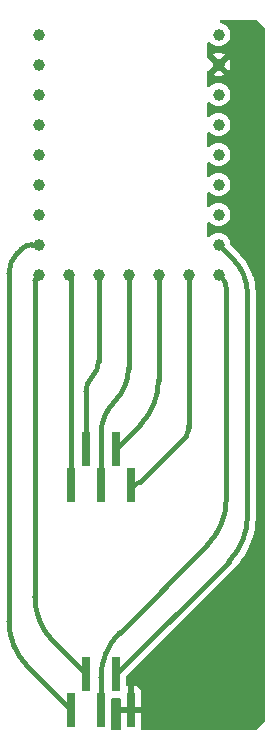
<source format=gbr>
G04 #@! TF.GenerationSoftware,KiCad,Pcbnew,8.0.6*
G04 #@! TF.CreationDate,2024-11-16T10:55:05+01:00*
G04 #@! TF.ProjectId,MCUPCB,4d435550-4342-42e6-9b69-6361645f7063,rev?*
G04 #@! TF.SameCoordinates,Original*
G04 #@! TF.FileFunction,Copper,L1,Top*
G04 #@! TF.FilePolarity,Positive*
%FSLAX46Y46*%
G04 Gerber Fmt 4.6, Leading zero omitted, Abs format (unit mm)*
G04 Created by KiCad (PCBNEW 8.0.6) date 2024-11-16 10:55:05*
%MOMM*%
%LPD*%
G01*
G04 APERTURE LIST*
G04 #@! TA.AperFunction,SMDPad,CuDef*
%ADD10R,0.650000X3.000000*%
G04 #@! TD*
G04 #@! TA.AperFunction,ComponentPad*
%ADD11C,1.000000*%
G04 #@! TD*
G04 #@! TA.AperFunction,Conductor*
%ADD12C,0.400000*%
G04 #@! TD*
G04 APERTURE END LIST*
D10*
G04 #@! TO.P,J2,1,Pin_1*
G04 #@! TO.N,/ROW1M*
X122250200Y-117750000D03*
G04 #@! TO.P,J2,2,Pin_2*
G04 #@! TO.N,/ROW2M*
X123520200Y-114750000D03*
G04 #@! TO.P,J2,3,Pin_3*
G04 #@! TO.N,/PINAM*
X124790200Y-117750000D03*
G04 #@! TO.P,J2,4,Pin_4*
G04 #@! TO.N,/PINBM*
X126060200Y-114750000D03*
G04 #@! TO.P,J2,5,Pin_5*
G04 #@! TO.N,GND*
X127330200Y-117750000D03*
G04 #@! TD*
G04 #@! TO.P,J1,1,Pin_1*
G04 #@! TO.N,/COL0M*
X122250200Y-98700000D03*
G04 #@! TO.P,J1,2,Pin_2*
G04 #@! TO.N,/COL1M*
X123520200Y-95700000D03*
G04 #@! TO.P,J1,3,Pin_3*
G04 #@! TO.N,/COL2M*
X124790200Y-98700000D03*
G04 #@! TO.P,J1,4,Pin_4*
G04 #@! TO.N,/COL3M*
X126060200Y-95700000D03*
G04 #@! TO.P,J1,5,Pin_5*
G04 #@! TO.N,/ROW0M*
X127330200Y-98700000D03*
G04 #@! TD*
D11*
G04 #@! TO.P,U1,1,5V*
G04 #@! TO.N,unconnected-(U1-5V-Pad1)*
X134750000Y-60584500D03*
G04 #@! TO.P,U1,2,GND*
G04 #@! TO.N,GND*
X134750000Y-63124500D03*
G04 #@! TO.P,U1,3,3V3*
G04 #@! TO.N,unconnected-(U1-3V3-Pad3)*
X134750000Y-65664500D03*
G04 #@! TO.P,U1,4,GP29*
G04 #@! TO.N,unconnected-(U1-GP29-Pad4)*
X134750000Y-68204500D03*
G04 #@! TO.P,U1,5,GP28*
G04 #@! TO.N,unconnected-(U1-GP28-Pad5)*
X134750000Y-70744500D03*
G04 #@! TO.P,U1,6,GP27*
G04 #@! TO.N,unconnected-(U1-GP27-Pad6)*
X134750000Y-73284500D03*
G04 #@! TO.P,U1,7,GP26*
G04 #@! TO.N,unconnected-(U1-GP26-Pad7)*
X134750000Y-75824500D03*
G04 #@! TO.P,U1,8,GP15*
G04 #@! TO.N,/PINBM*
X134750000Y-78364500D03*
G04 #@! TO.P,U1,9,GP14*
G04 #@! TO.N,/PINAM*
X134750000Y-80904500D03*
G04 #@! TO.P,U1,10,GP0*
G04 #@! TO.N,unconnected-(U1-GP0-Pad10)*
X119510000Y-60584500D03*
G04 #@! TO.P,U1,11,GP1*
G04 #@! TO.N,unconnected-(U1-GP1-Pad11)*
X119510000Y-63124500D03*
G04 #@! TO.P,U1,12,GP2*
G04 #@! TO.N,unconnected-(U1-GP2-Pad12)*
X119510000Y-65664500D03*
G04 #@! TO.P,U1,13,GP3*
G04 #@! TO.N,unconnected-(U1-GP3-Pad13)*
X119510000Y-68204500D03*
G04 #@! TO.P,U1,14,GP4*
G04 #@! TO.N,unconnected-(U1-GP4-Pad14)*
X119510000Y-70744500D03*
G04 #@! TO.P,U1,15,GP5*
G04 #@! TO.N,unconnected-(U1-GP5-Pad15)*
X119510000Y-73284500D03*
G04 #@! TO.P,U1,16,GP6*
G04 #@! TO.N,unconnected-(U1-GP6-Pad16)*
X119510000Y-75824500D03*
G04 #@! TO.P,U1,17,GP7*
G04 #@! TO.N,/ROW1M*
X119510000Y-78364500D03*
G04 #@! TO.P,U1,18,GP8*
G04 #@! TO.N,/ROW2M*
X119510000Y-80904500D03*
G04 #@! TO.P,U1,19,GP13*
G04 #@! TO.N,/ROW0M*
X132210000Y-80904500D03*
G04 #@! TO.P,U1,20,GP12*
G04 #@! TO.N,/COL3M*
X129670000Y-80904500D03*
G04 #@! TO.P,U1,21,GP11*
G04 #@! TO.N,/COL2M*
X127130000Y-80904500D03*
G04 #@! TO.P,U1,22,GP10*
G04 #@! TO.N,/COL1M*
X124590000Y-80904500D03*
G04 #@! TO.P,U1,23,GP9*
G04 #@! TO.N,/COL0M*
X122050000Y-80904500D03*
G04 #@! TD*
D12*
G04 #@! TO.N,/PINBM*
X137200000Y-101356236D02*
X137200000Y-82546911D01*
X135975000Y-79589500D02*
X134750000Y-78364500D01*
X135606207Y-105203992D02*
X126060200Y-114750000D01*
X135975000Y-79589500D02*
G75*
G02*
X137199995Y-82546911I-2957400J-2957400D01*
G01*
X137200000Y-101356236D02*
G75*
G02*
X135606200Y-105203985I-5441600J36D01*
G01*
G04 #@! TO.N,/ROW2M*
X119355000Y-81059500D02*
X119510000Y-80904500D01*
X120793792Y-112023592D02*
X123520200Y-114750000D01*
X119200000Y-81433703D02*
X119200000Y-108175836D01*
X119355000Y-81059500D02*
G75*
G03*
X119200001Y-81433703I374200J-374200D01*
G01*
X119200000Y-108175836D02*
G75*
G03*
X120793800Y-112023584I5441600J36D01*
G01*
G04 #@! TO.N,/ROW1M*
X118055606Y-78744393D02*
X117717750Y-79082250D01*
X118593792Y-114093592D02*
X122250200Y-117750000D01*
X117000000Y-110245836D02*
X117000000Y-80815051D01*
X118972750Y-78364500D02*
X119510000Y-78364500D01*
X117000000Y-110245836D02*
G75*
G03*
X118593800Y-114093584I5441600J36D01*
G01*
X118972750Y-78364500D02*
G75*
G03*
X118055589Y-78744376I-50J-1297000D01*
G01*
X117717750Y-79082250D02*
G75*
G03*
X116999951Y-80815051I1732750J-1732850D01*
G01*
G04 #@! TO.N,/PINAM*
X135400000Y-82014119D02*
X135400000Y-99946036D01*
X135075000Y-81229500D02*
X134750000Y-80904500D01*
X126383992Y-111216007D02*
X133806207Y-103793792D01*
X124790200Y-115063763D02*
X124790200Y-117750000D01*
X135075000Y-81229500D02*
G75*
G02*
X135399992Y-82014119I-784600J-784600D01*
G01*
X135400000Y-99946036D02*
G75*
G02*
X133806200Y-103793785I-5441600J36D01*
G01*
X126383992Y-111216007D02*
G75*
G03*
X124790159Y-115063763I3847708J-3847793D01*
G01*
G04 #@! TO.N,/ROW0M*
X128101454Y-98498545D02*
X131987867Y-94612132D01*
X127615100Y-98700000D02*
X127330200Y-98700000D01*
X132210000Y-93782928D02*
X132210000Y-80904500D01*
X132200000Y-93807071D02*
X132200000Y-94100000D01*
X132205000Y-93795000D02*
G75*
G03*
X132199988Y-93807071I12100J-12100D01*
G01*
X128101454Y-98498545D02*
G75*
G02*
X127615100Y-98700002I-486354J486345D01*
G01*
X132200000Y-94100000D02*
G75*
G02*
X131987875Y-94612140I-724300J0D01*
G01*
X132210000Y-93782928D02*
G75*
G02*
X132204992Y-93794992I-17100J28D01*
G01*
G04 #@! TO.N,/COL3M*
X128076207Y-93683992D02*
X126060200Y-95700000D01*
X129670000Y-89836236D02*
X129670000Y-80904500D01*
X129670000Y-89836236D02*
G75*
G02*
X128076200Y-93683985I-5441600J36D01*
G01*
G04 #@! TO.N,/COL0M*
X122250200Y-81246262D02*
X122250200Y-98700000D01*
X122150100Y-81004600D02*
X122050000Y-80904500D01*
X122150100Y-81004600D02*
G75*
G02*
X122250215Y-81246262I-241700J-241700D01*
G01*
G04 #@! TO.N,/COL2M*
X124800000Y-98683270D02*
X124800000Y-94447558D01*
X124795100Y-98695100D02*
X124790200Y-98700000D01*
X127130000Y-88822441D02*
X127130000Y-80904500D01*
X127130000Y-88822441D02*
G75*
G02*
X125964988Y-91634988I-3977600J41D01*
G01*
X124800000Y-98683270D02*
G75*
G02*
X124795109Y-98695109I-16700J-30D01*
G01*
X125965000Y-91635000D02*
G75*
G03*
X124799954Y-94447558I2812500J-2812600D01*
G01*
G04 #@! TO.N,/COL1M*
X123520200Y-90836262D02*
X123520200Y-95700000D01*
X124590000Y-88253537D02*
X124590000Y-80904500D01*
X124590000Y-88253537D02*
G75*
G02*
X124055089Y-89544889I-1826300J37D01*
G01*
X124055100Y-89544900D02*
G75*
G03*
X123520185Y-90836262I1291400J-1291400D01*
G01*
G04 #@! TD*
G04 #@! TA.AperFunction,Conductor*
G04 #@! TO.N,GND*
G36*
X138008363Y-59370185D02*
G01*
X138029005Y-59386819D01*
X138663181Y-60020995D01*
X138696666Y-60082318D01*
X138699500Y-60108676D01*
X138699500Y-118691324D01*
X138679815Y-118758363D01*
X138663181Y-118779005D01*
X138029005Y-119413181D01*
X137967682Y-119446666D01*
X137941324Y-119449500D01*
X128276940Y-119449500D01*
X128209901Y-119429815D01*
X128164146Y-119377011D01*
X128153650Y-119312245D01*
X128155199Y-119297828D01*
X128155200Y-119297827D01*
X128155200Y-118000000D01*
X126505200Y-118000000D01*
X126505200Y-119297828D01*
X126506750Y-119312245D01*
X126494344Y-119381004D01*
X126446734Y-119432142D01*
X126383460Y-119449500D01*
X125737444Y-119449500D01*
X125670405Y-119429815D01*
X125624650Y-119377011D01*
X125614154Y-119312247D01*
X125615700Y-119297873D01*
X125615699Y-116874498D01*
X125635384Y-116807460D01*
X125688187Y-116761705D01*
X125739694Y-116750499D01*
X126381200Y-116750499D01*
X126448239Y-116770184D01*
X126493994Y-116822988D01*
X126505200Y-116874499D01*
X126505200Y-117500000D01*
X127080200Y-117500000D01*
X127580200Y-117500000D01*
X128155200Y-117500000D01*
X128155200Y-116202172D01*
X128155199Y-116202155D01*
X128148798Y-116142627D01*
X128148796Y-116142620D01*
X128098554Y-116007913D01*
X128098550Y-116007906D01*
X128012390Y-115892812D01*
X128012387Y-115892809D01*
X127897293Y-115806649D01*
X127897286Y-115806645D01*
X127762579Y-115756403D01*
X127762572Y-115756401D01*
X127703044Y-115750000D01*
X127580200Y-115750000D01*
X127580200Y-117500000D01*
X127080200Y-117500000D01*
X127080200Y-115750000D01*
X127009699Y-115750000D01*
X126942660Y-115730315D01*
X126896905Y-115677511D01*
X126885699Y-115626002D01*
X126885699Y-114966518D01*
X126905384Y-114899480D01*
X126922018Y-114878838D01*
X136154788Y-105646068D01*
X136154932Y-105645907D01*
X136256642Y-105544199D01*
X136543946Y-105212631D01*
X136806865Y-104861412D01*
X136806866Y-104861409D01*
X136806879Y-104861392D01*
X136964994Y-104615358D01*
X137044059Y-104492332D01*
X137254319Y-104107271D01*
X137436573Y-103708192D01*
X137589893Y-103297127D01*
X137713498Y-102876173D01*
X137725437Y-102821295D01*
X137806757Y-102447478D01*
X137828251Y-102297992D01*
X137869198Y-102013212D01*
X137900499Y-101575604D01*
X137900500Y-101356241D01*
X137900500Y-101277313D01*
X137900500Y-82477918D01*
X137900500Y-82472077D01*
X137900495Y-82471971D01*
X137900495Y-82355070D01*
X137900495Y-82355063D01*
X137870391Y-81972545D01*
X137810368Y-81593569D01*
X137720796Y-81220470D01*
X137622541Y-80918073D01*
X137602228Y-80855555D01*
X137587136Y-80819119D01*
X137455391Y-80501057D01*
X137281195Y-80159177D01*
X137080713Y-79832019D01*
X136855180Y-79521599D01*
X136855175Y-79521592D01*
X136605991Y-79229837D01*
X136605986Y-79229831D01*
X136526187Y-79150032D01*
X136526175Y-79150018D01*
X135788318Y-78412161D01*
X135754833Y-78350838D01*
X135752596Y-78336634D01*
X135736159Y-78169745D01*
X135736024Y-78168368D01*
X135678814Y-77979773D01*
X135678811Y-77979769D01*
X135678811Y-77979766D01*
X135585913Y-77805967D01*
X135585909Y-77805960D01*
X135460883Y-77653616D01*
X135308539Y-77528590D01*
X135308532Y-77528586D01*
X135134733Y-77435688D01*
X135134727Y-77435686D01*
X134946132Y-77378476D01*
X134946129Y-77378475D01*
X134750000Y-77359159D01*
X134553870Y-77378475D01*
X134365266Y-77435688D01*
X134191467Y-77528586D01*
X134191460Y-77528590D01*
X134039116Y-77653616D01*
X134010353Y-77688665D01*
X133952607Y-77727999D01*
X133882762Y-77729870D01*
X133822994Y-77693682D01*
X133792278Y-77630926D01*
X133790500Y-77610000D01*
X133790500Y-76578999D01*
X133810185Y-76511960D01*
X133862989Y-76466205D01*
X133932147Y-76456261D01*
X133995703Y-76485286D01*
X134010354Y-76500335D01*
X134039117Y-76535383D01*
X134191460Y-76660409D01*
X134191467Y-76660413D01*
X134365266Y-76753311D01*
X134365269Y-76753311D01*
X134365273Y-76753314D01*
X134553868Y-76810524D01*
X134750000Y-76829841D01*
X134946132Y-76810524D01*
X135134727Y-76753314D01*
X135308538Y-76660410D01*
X135460883Y-76535383D01*
X135585910Y-76383038D01*
X135678814Y-76209227D01*
X135736024Y-76020632D01*
X135755341Y-75824500D01*
X135736024Y-75628368D01*
X135678814Y-75439773D01*
X135678811Y-75439769D01*
X135678811Y-75439766D01*
X135585913Y-75265967D01*
X135585909Y-75265960D01*
X135460883Y-75113616D01*
X135308539Y-74988590D01*
X135308532Y-74988586D01*
X135134733Y-74895688D01*
X135134727Y-74895686D01*
X134946132Y-74838476D01*
X134946129Y-74838475D01*
X134750000Y-74819159D01*
X134553870Y-74838475D01*
X134365266Y-74895688D01*
X134191467Y-74988586D01*
X134191460Y-74988590D01*
X134039116Y-75113616D01*
X134010353Y-75148665D01*
X133952607Y-75187999D01*
X133882762Y-75189870D01*
X133822994Y-75153682D01*
X133792278Y-75090926D01*
X133790500Y-75070000D01*
X133790500Y-74038999D01*
X133810185Y-73971960D01*
X133862989Y-73926205D01*
X133932147Y-73916261D01*
X133995703Y-73945286D01*
X134010354Y-73960335D01*
X134039117Y-73995383D01*
X134191460Y-74120409D01*
X134191467Y-74120413D01*
X134365266Y-74213311D01*
X134365269Y-74213311D01*
X134365273Y-74213314D01*
X134553868Y-74270524D01*
X134750000Y-74289841D01*
X134946132Y-74270524D01*
X135134727Y-74213314D01*
X135308538Y-74120410D01*
X135460883Y-73995383D01*
X135585910Y-73843038D01*
X135678814Y-73669227D01*
X135736024Y-73480632D01*
X135755341Y-73284500D01*
X135736024Y-73088368D01*
X135678814Y-72899773D01*
X135678811Y-72899769D01*
X135678811Y-72899766D01*
X135585913Y-72725967D01*
X135585909Y-72725960D01*
X135460883Y-72573616D01*
X135308539Y-72448590D01*
X135308532Y-72448586D01*
X135134733Y-72355688D01*
X135134727Y-72355686D01*
X134946132Y-72298476D01*
X134946129Y-72298475D01*
X134750000Y-72279159D01*
X134553870Y-72298475D01*
X134365266Y-72355688D01*
X134191467Y-72448586D01*
X134191460Y-72448590D01*
X134039116Y-72573616D01*
X134010353Y-72608665D01*
X133952607Y-72647999D01*
X133882762Y-72649870D01*
X133822994Y-72613682D01*
X133792278Y-72550926D01*
X133790500Y-72530000D01*
X133790500Y-71498999D01*
X133810185Y-71431960D01*
X133862989Y-71386205D01*
X133932147Y-71376261D01*
X133995703Y-71405286D01*
X134010354Y-71420335D01*
X134039117Y-71455383D01*
X134191460Y-71580409D01*
X134191467Y-71580413D01*
X134365266Y-71673311D01*
X134365269Y-71673311D01*
X134365273Y-71673314D01*
X134553868Y-71730524D01*
X134750000Y-71749841D01*
X134946132Y-71730524D01*
X135134727Y-71673314D01*
X135308538Y-71580410D01*
X135460883Y-71455383D01*
X135585910Y-71303038D01*
X135678814Y-71129227D01*
X135736024Y-70940632D01*
X135755341Y-70744500D01*
X135736024Y-70548368D01*
X135678814Y-70359773D01*
X135678811Y-70359769D01*
X135678811Y-70359766D01*
X135585913Y-70185967D01*
X135585909Y-70185960D01*
X135460883Y-70033616D01*
X135308539Y-69908590D01*
X135308532Y-69908586D01*
X135134733Y-69815688D01*
X135134727Y-69815686D01*
X134946132Y-69758476D01*
X134946129Y-69758475D01*
X134750000Y-69739159D01*
X134553870Y-69758475D01*
X134365266Y-69815688D01*
X134191467Y-69908586D01*
X134191460Y-69908590D01*
X134039116Y-70033616D01*
X134010353Y-70068665D01*
X133952607Y-70107999D01*
X133882762Y-70109870D01*
X133822994Y-70073682D01*
X133792278Y-70010926D01*
X133790500Y-69990000D01*
X133790500Y-68958999D01*
X133810185Y-68891960D01*
X133862989Y-68846205D01*
X133932147Y-68836261D01*
X133995703Y-68865286D01*
X134010354Y-68880335D01*
X134039117Y-68915383D01*
X134191460Y-69040409D01*
X134191467Y-69040413D01*
X134365266Y-69133311D01*
X134365269Y-69133311D01*
X134365273Y-69133314D01*
X134553868Y-69190524D01*
X134750000Y-69209841D01*
X134946132Y-69190524D01*
X135134727Y-69133314D01*
X135308538Y-69040410D01*
X135460883Y-68915383D01*
X135585910Y-68763038D01*
X135678814Y-68589227D01*
X135736024Y-68400632D01*
X135755341Y-68204500D01*
X135736024Y-68008368D01*
X135678814Y-67819773D01*
X135678811Y-67819769D01*
X135678811Y-67819766D01*
X135585913Y-67645967D01*
X135585909Y-67645960D01*
X135460883Y-67493616D01*
X135308539Y-67368590D01*
X135308532Y-67368586D01*
X135134733Y-67275688D01*
X135134727Y-67275686D01*
X134946132Y-67218476D01*
X134946129Y-67218475D01*
X134750000Y-67199159D01*
X134553870Y-67218475D01*
X134365266Y-67275688D01*
X134191467Y-67368586D01*
X134191460Y-67368590D01*
X134039116Y-67493616D01*
X134010353Y-67528665D01*
X133952607Y-67567999D01*
X133882762Y-67569870D01*
X133822994Y-67533682D01*
X133792278Y-67470926D01*
X133790500Y-67450000D01*
X133790500Y-66418999D01*
X133810185Y-66351960D01*
X133862989Y-66306205D01*
X133932147Y-66296261D01*
X133995703Y-66325286D01*
X134010354Y-66340335D01*
X134039117Y-66375383D01*
X134191460Y-66500409D01*
X134191467Y-66500413D01*
X134365266Y-66593311D01*
X134365269Y-66593311D01*
X134365273Y-66593314D01*
X134553868Y-66650524D01*
X134750000Y-66669841D01*
X134946132Y-66650524D01*
X135134727Y-66593314D01*
X135308538Y-66500410D01*
X135460883Y-66375383D01*
X135585910Y-66223038D01*
X135678814Y-66049227D01*
X135736024Y-65860632D01*
X135755341Y-65664500D01*
X135736024Y-65468368D01*
X135678814Y-65279773D01*
X135678811Y-65279769D01*
X135678811Y-65279766D01*
X135585913Y-65105967D01*
X135585909Y-65105960D01*
X135460883Y-64953616D01*
X135308539Y-64828590D01*
X135308532Y-64828586D01*
X135134733Y-64735688D01*
X135134727Y-64735686D01*
X134946132Y-64678476D01*
X134946129Y-64678475D01*
X134750000Y-64659159D01*
X134553870Y-64678475D01*
X134365266Y-64735688D01*
X134191467Y-64828586D01*
X134191460Y-64828590D01*
X134039116Y-64953616D01*
X134010353Y-64988665D01*
X133952607Y-65027999D01*
X133882762Y-65029870D01*
X133822994Y-64993682D01*
X133792278Y-64930926D01*
X133790500Y-64910000D01*
X133790500Y-63986575D01*
X134241476Y-63986575D01*
X134365462Y-64052848D01*
X134553969Y-64110031D01*
X134553965Y-64110031D01*
X134750000Y-64129338D01*
X134946032Y-64110031D01*
X135134537Y-64052848D01*
X135258523Y-63986576D01*
X135258523Y-63986575D01*
X134750001Y-63478053D01*
X134750000Y-63478053D01*
X134241476Y-63986575D01*
X133790500Y-63986575D01*
X133790500Y-63762321D01*
X133810185Y-63695282D01*
X133862989Y-63649527D01*
X133872834Y-63648111D01*
X134396447Y-63124500D01*
X134356951Y-63085004D01*
X134450000Y-63085004D01*
X134450000Y-63163996D01*
X134470444Y-63240296D01*
X134509940Y-63308705D01*
X134565795Y-63364560D01*
X134634204Y-63404056D01*
X134710504Y-63424500D01*
X134789496Y-63424500D01*
X134865796Y-63404056D01*
X134934205Y-63364560D01*
X134990060Y-63308705D01*
X135029556Y-63240296D01*
X135050000Y-63163996D01*
X135050000Y-63124499D01*
X135103553Y-63124499D01*
X135103553Y-63124500D01*
X135612076Y-63633023D01*
X135678348Y-63509037D01*
X135735531Y-63320532D01*
X135754838Y-63124500D01*
X135735531Y-62928467D01*
X135678348Y-62739962D01*
X135612075Y-62615976D01*
X135103553Y-63124499D01*
X135050000Y-63124499D01*
X135050000Y-63085004D01*
X135029556Y-63008704D01*
X134990060Y-62940295D01*
X134934205Y-62884440D01*
X134865796Y-62844944D01*
X134789496Y-62824500D01*
X134710504Y-62824500D01*
X134634204Y-62844944D01*
X134565795Y-62884440D01*
X134509940Y-62940295D01*
X134470444Y-63008704D01*
X134450000Y-63085004D01*
X134356951Y-63085004D01*
X133872966Y-62601019D01*
X133863492Y-62599700D01*
X133810484Y-62554181D01*
X133790501Y-62487230D01*
X133790500Y-62486677D01*
X133790500Y-62262423D01*
X134241476Y-62262423D01*
X134750000Y-62770947D01*
X134750001Y-62770947D01*
X135258522Y-62262423D01*
X135134537Y-62196151D01*
X134946030Y-62138968D01*
X134946034Y-62138968D01*
X134750000Y-62119661D01*
X134553967Y-62138968D01*
X134365466Y-62196149D01*
X134241476Y-62262423D01*
X133790500Y-62262423D01*
X133790500Y-61338999D01*
X133810185Y-61271960D01*
X133862989Y-61226205D01*
X133932147Y-61216261D01*
X133995703Y-61245286D01*
X134010354Y-61260335D01*
X134039117Y-61295383D01*
X134191460Y-61420409D01*
X134191467Y-61420413D01*
X134365266Y-61513311D01*
X134365269Y-61513311D01*
X134365273Y-61513314D01*
X134553868Y-61570524D01*
X134750000Y-61589841D01*
X134946132Y-61570524D01*
X135134727Y-61513314D01*
X135308538Y-61420410D01*
X135460883Y-61295383D01*
X135585910Y-61143038D01*
X135678814Y-60969227D01*
X135736024Y-60780632D01*
X135755341Y-60584500D01*
X135736024Y-60388368D01*
X135678814Y-60199773D01*
X135678811Y-60199769D01*
X135678811Y-60199766D01*
X135585913Y-60025967D01*
X135585909Y-60025960D01*
X135460883Y-59873616D01*
X135308539Y-59748590D01*
X135308532Y-59748586D01*
X135134733Y-59655688D01*
X135134727Y-59655686D01*
X134946132Y-59598476D01*
X134946129Y-59598475D01*
X134940315Y-59597903D01*
X134875527Y-59571742D01*
X134835169Y-59514707D01*
X134832052Y-59444907D01*
X134867167Y-59384503D01*
X134929364Y-59352672D01*
X134952469Y-59350500D01*
X137941324Y-59350500D01*
X138008363Y-59370185D01*
G37*
G04 #@! TD.AperFunction*
G04 #@! TD*
M02*

</source>
